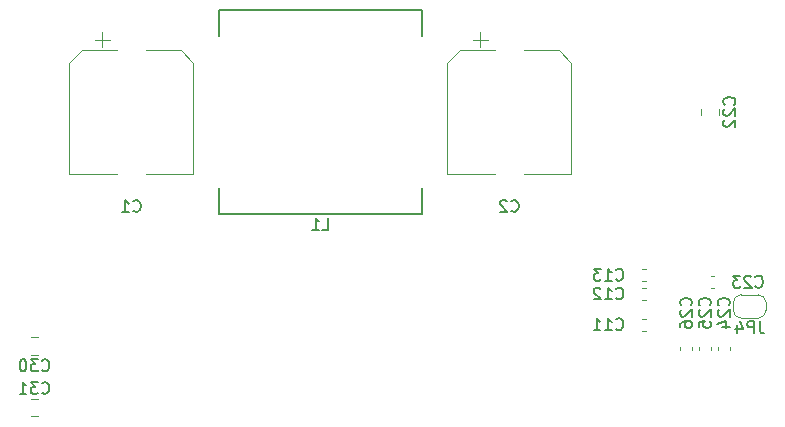
<source format=gbr>
%TF.GenerationSoftware,KiCad,Pcbnew,7.0.8*%
%TF.CreationDate,2024-04-26T14:47:41-04:00*%
%TF.ProjectId,PD Charger,50442043-6861-4726-9765-722e6b696361,rev?*%
%TF.SameCoordinates,Original*%
%TF.FileFunction,Legend,Bot*%
%TF.FilePolarity,Positive*%
%FSLAX46Y46*%
G04 Gerber Fmt 4.6, Leading zero omitted, Abs format (unit mm)*
G04 Created by KiCad (PCBNEW 7.0.8) date 2024-04-26 14:47:41*
%MOMM*%
%LPD*%
G01*
G04 APERTURE LIST*
%ADD10C,0.150000*%
%ADD11C,0.120000*%
G04 APERTURE END LIST*
D10*
X57166666Y-33359580D02*
X57214285Y-33407200D01*
X57214285Y-33407200D02*
X57357142Y-33454819D01*
X57357142Y-33454819D02*
X57452380Y-33454819D01*
X57452380Y-33454819D02*
X57595237Y-33407200D01*
X57595237Y-33407200D02*
X57690475Y-33311961D01*
X57690475Y-33311961D02*
X57738094Y-33216723D01*
X57738094Y-33216723D02*
X57785713Y-33026247D01*
X57785713Y-33026247D02*
X57785713Y-32883390D01*
X57785713Y-32883390D02*
X57738094Y-32692914D01*
X57738094Y-32692914D02*
X57690475Y-32597676D01*
X57690475Y-32597676D02*
X57595237Y-32502438D01*
X57595237Y-32502438D02*
X57452380Y-32454819D01*
X57452380Y-32454819D02*
X57357142Y-32454819D01*
X57357142Y-32454819D02*
X57214285Y-32502438D01*
X57214285Y-32502438D02*
X57166666Y-32550057D01*
X56785713Y-32550057D02*
X56738094Y-32502438D01*
X56738094Y-32502438D02*
X56642856Y-32454819D01*
X56642856Y-32454819D02*
X56404761Y-32454819D01*
X56404761Y-32454819D02*
X56309523Y-32502438D01*
X56309523Y-32502438D02*
X56261904Y-32550057D01*
X56261904Y-32550057D02*
X56214285Y-32645295D01*
X56214285Y-32645295D02*
X56214285Y-32740533D01*
X56214285Y-32740533D02*
X56261904Y-32883390D01*
X56261904Y-32883390D02*
X56833332Y-33454819D01*
X56833332Y-33454819D02*
X56214285Y-33454819D01*
X25166666Y-33359580D02*
X25214285Y-33407200D01*
X25214285Y-33407200D02*
X25357142Y-33454819D01*
X25357142Y-33454819D02*
X25452380Y-33454819D01*
X25452380Y-33454819D02*
X25595237Y-33407200D01*
X25595237Y-33407200D02*
X25690475Y-33311961D01*
X25690475Y-33311961D02*
X25738094Y-33216723D01*
X25738094Y-33216723D02*
X25785713Y-33026247D01*
X25785713Y-33026247D02*
X25785713Y-32883390D01*
X25785713Y-32883390D02*
X25738094Y-32692914D01*
X25738094Y-32692914D02*
X25690475Y-32597676D01*
X25690475Y-32597676D02*
X25595237Y-32502438D01*
X25595237Y-32502438D02*
X25452380Y-32454819D01*
X25452380Y-32454819D02*
X25357142Y-32454819D01*
X25357142Y-32454819D02*
X25214285Y-32502438D01*
X25214285Y-32502438D02*
X25166666Y-32550057D01*
X24214285Y-33454819D02*
X24785713Y-33454819D01*
X24499999Y-33454819D02*
X24499999Y-32454819D01*
X24499999Y-32454819D02*
X24595237Y-32597676D01*
X24595237Y-32597676D02*
X24690475Y-32692914D01*
X24690475Y-32692914D02*
X24785713Y-32740533D01*
X76039580Y-24357142D02*
X76087200Y-24309523D01*
X76087200Y-24309523D02*
X76134819Y-24166666D01*
X76134819Y-24166666D02*
X76134819Y-24071428D01*
X76134819Y-24071428D02*
X76087200Y-23928571D01*
X76087200Y-23928571D02*
X75991961Y-23833333D01*
X75991961Y-23833333D02*
X75896723Y-23785714D01*
X75896723Y-23785714D02*
X75706247Y-23738095D01*
X75706247Y-23738095D02*
X75563390Y-23738095D01*
X75563390Y-23738095D02*
X75372914Y-23785714D01*
X75372914Y-23785714D02*
X75277676Y-23833333D01*
X75277676Y-23833333D02*
X75182438Y-23928571D01*
X75182438Y-23928571D02*
X75134819Y-24071428D01*
X75134819Y-24071428D02*
X75134819Y-24166666D01*
X75134819Y-24166666D02*
X75182438Y-24309523D01*
X75182438Y-24309523D02*
X75230057Y-24357142D01*
X75230057Y-24738095D02*
X75182438Y-24785714D01*
X75182438Y-24785714D02*
X75134819Y-24880952D01*
X75134819Y-24880952D02*
X75134819Y-25119047D01*
X75134819Y-25119047D02*
X75182438Y-25214285D01*
X75182438Y-25214285D02*
X75230057Y-25261904D01*
X75230057Y-25261904D02*
X75325295Y-25309523D01*
X75325295Y-25309523D02*
X75420533Y-25309523D01*
X75420533Y-25309523D02*
X75563390Y-25261904D01*
X75563390Y-25261904D02*
X76134819Y-24690476D01*
X76134819Y-24690476D02*
X76134819Y-25309523D01*
X75230057Y-25690476D02*
X75182438Y-25738095D01*
X75182438Y-25738095D02*
X75134819Y-25833333D01*
X75134819Y-25833333D02*
X75134819Y-26071428D01*
X75134819Y-26071428D02*
X75182438Y-26166666D01*
X75182438Y-26166666D02*
X75230057Y-26214285D01*
X75230057Y-26214285D02*
X75325295Y-26261904D01*
X75325295Y-26261904D02*
X75420533Y-26261904D01*
X75420533Y-26261904D02*
X75563390Y-26214285D01*
X75563390Y-26214285D02*
X76134819Y-25642857D01*
X76134819Y-25642857D02*
X76134819Y-26261904D01*
X72359580Y-41357142D02*
X72407200Y-41309523D01*
X72407200Y-41309523D02*
X72454819Y-41166666D01*
X72454819Y-41166666D02*
X72454819Y-41071428D01*
X72454819Y-41071428D02*
X72407200Y-40928571D01*
X72407200Y-40928571D02*
X72311961Y-40833333D01*
X72311961Y-40833333D02*
X72216723Y-40785714D01*
X72216723Y-40785714D02*
X72026247Y-40738095D01*
X72026247Y-40738095D02*
X71883390Y-40738095D01*
X71883390Y-40738095D02*
X71692914Y-40785714D01*
X71692914Y-40785714D02*
X71597676Y-40833333D01*
X71597676Y-40833333D02*
X71502438Y-40928571D01*
X71502438Y-40928571D02*
X71454819Y-41071428D01*
X71454819Y-41071428D02*
X71454819Y-41166666D01*
X71454819Y-41166666D02*
X71502438Y-41309523D01*
X71502438Y-41309523D02*
X71550057Y-41357142D01*
X71550057Y-41738095D02*
X71502438Y-41785714D01*
X71502438Y-41785714D02*
X71454819Y-41880952D01*
X71454819Y-41880952D02*
X71454819Y-42119047D01*
X71454819Y-42119047D02*
X71502438Y-42214285D01*
X71502438Y-42214285D02*
X71550057Y-42261904D01*
X71550057Y-42261904D02*
X71645295Y-42309523D01*
X71645295Y-42309523D02*
X71740533Y-42309523D01*
X71740533Y-42309523D02*
X71883390Y-42261904D01*
X71883390Y-42261904D02*
X72454819Y-41690476D01*
X72454819Y-41690476D02*
X72454819Y-42309523D01*
X71454819Y-43166666D02*
X71454819Y-42976190D01*
X71454819Y-42976190D02*
X71502438Y-42880952D01*
X71502438Y-42880952D02*
X71550057Y-42833333D01*
X71550057Y-42833333D02*
X71692914Y-42738095D01*
X71692914Y-42738095D02*
X71883390Y-42690476D01*
X71883390Y-42690476D02*
X72264342Y-42690476D01*
X72264342Y-42690476D02*
X72359580Y-42738095D01*
X72359580Y-42738095D02*
X72407200Y-42785714D01*
X72407200Y-42785714D02*
X72454819Y-42880952D01*
X72454819Y-42880952D02*
X72454819Y-43071428D01*
X72454819Y-43071428D02*
X72407200Y-43166666D01*
X72407200Y-43166666D02*
X72359580Y-43214285D01*
X72359580Y-43214285D02*
X72264342Y-43261904D01*
X72264342Y-43261904D02*
X72026247Y-43261904D01*
X72026247Y-43261904D02*
X71931009Y-43214285D01*
X71931009Y-43214285D02*
X71883390Y-43166666D01*
X71883390Y-43166666D02*
X71835771Y-43071428D01*
X71835771Y-43071428D02*
X71835771Y-42880952D01*
X71835771Y-42880952D02*
X71883390Y-42785714D01*
X71883390Y-42785714D02*
X71931009Y-42738095D01*
X71931009Y-42738095D02*
X72026247Y-42690476D01*
X78183333Y-42704819D02*
X78183333Y-43419104D01*
X78183333Y-43419104D02*
X78230952Y-43561961D01*
X78230952Y-43561961D02*
X78326190Y-43657200D01*
X78326190Y-43657200D02*
X78469047Y-43704819D01*
X78469047Y-43704819D02*
X78564285Y-43704819D01*
X77707142Y-43704819D02*
X77707142Y-42704819D01*
X77707142Y-42704819D02*
X77326190Y-42704819D01*
X77326190Y-42704819D02*
X77230952Y-42752438D01*
X77230952Y-42752438D02*
X77183333Y-42800057D01*
X77183333Y-42800057D02*
X77135714Y-42895295D01*
X77135714Y-42895295D02*
X77135714Y-43038152D01*
X77135714Y-43038152D02*
X77183333Y-43133390D01*
X77183333Y-43133390D02*
X77230952Y-43181009D01*
X77230952Y-43181009D02*
X77326190Y-43228628D01*
X77326190Y-43228628D02*
X77707142Y-43228628D01*
X76278571Y-43038152D02*
X76278571Y-43704819D01*
X76516666Y-42657200D02*
X76754761Y-43371485D01*
X76754761Y-43371485D02*
X76135714Y-43371485D01*
X66042857Y-40759580D02*
X66090476Y-40807200D01*
X66090476Y-40807200D02*
X66233333Y-40854819D01*
X66233333Y-40854819D02*
X66328571Y-40854819D01*
X66328571Y-40854819D02*
X66471428Y-40807200D01*
X66471428Y-40807200D02*
X66566666Y-40711961D01*
X66566666Y-40711961D02*
X66614285Y-40616723D01*
X66614285Y-40616723D02*
X66661904Y-40426247D01*
X66661904Y-40426247D02*
X66661904Y-40283390D01*
X66661904Y-40283390D02*
X66614285Y-40092914D01*
X66614285Y-40092914D02*
X66566666Y-39997676D01*
X66566666Y-39997676D02*
X66471428Y-39902438D01*
X66471428Y-39902438D02*
X66328571Y-39854819D01*
X66328571Y-39854819D02*
X66233333Y-39854819D01*
X66233333Y-39854819D02*
X66090476Y-39902438D01*
X66090476Y-39902438D02*
X66042857Y-39950057D01*
X65090476Y-40854819D02*
X65661904Y-40854819D01*
X65376190Y-40854819D02*
X65376190Y-39854819D01*
X65376190Y-39854819D02*
X65471428Y-39997676D01*
X65471428Y-39997676D02*
X65566666Y-40092914D01*
X65566666Y-40092914D02*
X65661904Y-40140533D01*
X64709523Y-39950057D02*
X64661904Y-39902438D01*
X64661904Y-39902438D02*
X64566666Y-39854819D01*
X64566666Y-39854819D02*
X64328571Y-39854819D01*
X64328571Y-39854819D02*
X64233333Y-39902438D01*
X64233333Y-39902438D02*
X64185714Y-39950057D01*
X64185714Y-39950057D02*
X64138095Y-40045295D01*
X64138095Y-40045295D02*
X64138095Y-40140533D01*
X64138095Y-40140533D02*
X64185714Y-40283390D01*
X64185714Y-40283390D02*
X64757142Y-40854819D01*
X64757142Y-40854819D02*
X64138095Y-40854819D01*
X66042857Y-39159580D02*
X66090476Y-39207200D01*
X66090476Y-39207200D02*
X66233333Y-39254819D01*
X66233333Y-39254819D02*
X66328571Y-39254819D01*
X66328571Y-39254819D02*
X66471428Y-39207200D01*
X66471428Y-39207200D02*
X66566666Y-39111961D01*
X66566666Y-39111961D02*
X66614285Y-39016723D01*
X66614285Y-39016723D02*
X66661904Y-38826247D01*
X66661904Y-38826247D02*
X66661904Y-38683390D01*
X66661904Y-38683390D02*
X66614285Y-38492914D01*
X66614285Y-38492914D02*
X66566666Y-38397676D01*
X66566666Y-38397676D02*
X66471428Y-38302438D01*
X66471428Y-38302438D02*
X66328571Y-38254819D01*
X66328571Y-38254819D02*
X66233333Y-38254819D01*
X66233333Y-38254819D02*
X66090476Y-38302438D01*
X66090476Y-38302438D02*
X66042857Y-38350057D01*
X65090476Y-39254819D02*
X65661904Y-39254819D01*
X65376190Y-39254819D02*
X65376190Y-38254819D01*
X65376190Y-38254819D02*
X65471428Y-38397676D01*
X65471428Y-38397676D02*
X65566666Y-38492914D01*
X65566666Y-38492914D02*
X65661904Y-38540533D01*
X64757142Y-38254819D02*
X64138095Y-38254819D01*
X64138095Y-38254819D02*
X64471428Y-38635771D01*
X64471428Y-38635771D02*
X64328571Y-38635771D01*
X64328571Y-38635771D02*
X64233333Y-38683390D01*
X64233333Y-38683390D02*
X64185714Y-38731009D01*
X64185714Y-38731009D02*
X64138095Y-38826247D01*
X64138095Y-38826247D02*
X64138095Y-39064342D01*
X64138095Y-39064342D02*
X64185714Y-39159580D01*
X64185714Y-39159580D02*
X64233333Y-39207200D01*
X64233333Y-39207200D02*
X64328571Y-39254819D01*
X64328571Y-39254819D02*
X64614285Y-39254819D01*
X64614285Y-39254819D02*
X64709523Y-39207200D01*
X64709523Y-39207200D02*
X64757142Y-39159580D01*
X66042857Y-43359580D02*
X66090476Y-43407200D01*
X66090476Y-43407200D02*
X66233333Y-43454819D01*
X66233333Y-43454819D02*
X66328571Y-43454819D01*
X66328571Y-43454819D02*
X66471428Y-43407200D01*
X66471428Y-43407200D02*
X66566666Y-43311961D01*
X66566666Y-43311961D02*
X66614285Y-43216723D01*
X66614285Y-43216723D02*
X66661904Y-43026247D01*
X66661904Y-43026247D02*
X66661904Y-42883390D01*
X66661904Y-42883390D02*
X66614285Y-42692914D01*
X66614285Y-42692914D02*
X66566666Y-42597676D01*
X66566666Y-42597676D02*
X66471428Y-42502438D01*
X66471428Y-42502438D02*
X66328571Y-42454819D01*
X66328571Y-42454819D02*
X66233333Y-42454819D01*
X66233333Y-42454819D02*
X66090476Y-42502438D01*
X66090476Y-42502438D02*
X66042857Y-42550057D01*
X65090476Y-43454819D02*
X65661904Y-43454819D01*
X65376190Y-43454819D02*
X65376190Y-42454819D01*
X65376190Y-42454819D02*
X65471428Y-42597676D01*
X65471428Y-42597676D02*
X65566666Y-42692914D01*
X65566666Y-42692914D02*
X65661904Y-42740533D01*
X64138095Y-43454819D02*
X64709523Y-43454819D01*
X64423809Y-43454819D02*
X64423809Y-42454819D01*
X64423809Y-42454819D02*
X64519047Y-42597676D01*
X64519047Y-42597676D02*
X64614285Y-42692914D01*
X64614285Y-42692914D02*
X64709523Y-42740533D01*
X73959580Y-41357142D02*
X74007200Y-41309523D01*
X74007200Y-41309523D02*
X74054819Y-41166666D01*
X74054819Y-41166666D02*
X74054819Y-41071428D01*
X74054819Y-41071428D02*
X74007200Y-40928571D01*
X74007200Y-40928571D02*
X73911961Y-40833333D01*
X73911961Y-40833333D02*
X73816723Y-40785714D01*
X73816723Y-40785714D02*
X73626247Y-40738095D01*
X73626247Y-40738095D02*
X73483390Y-40738095D01*
X73483390Y-40738095D02*
X73292914Y-40785714D01*
X73292914Y-40785714D02*
X73197676Y-40833333D01*
X73197676Y-40833333D02*
X73102438Y-40928571D01*
X73102438Y-40928571D02*
X73054819Y-41071428D01*
X73054819Y-41071428D02*
X73054819Y-41166666D01*
X73054819Y-41166666D02*
X73102438Y-41309523D01*
X73102438Y-41309523D02*
X73150057Y-41357142D01*
X73150057Y-41738095D02*
X73102438Y-41785714D01*
X73102438Y-41785714D02*
X73054819Y-41880952D01*
X73054819Y-41880952D02*
X73054819Y-42119047D01*
X73054819Y-42119047D02*
X73102438Y-42214285D01*
X73102438Y-42214285D02*
X73150057Y-42261904D01*
X73150057Y-42261904D02*
X73245295Y-42309523D01*
X73245295Y-42309523D02*
X73340533Y-42309523D01*
X73340533Y-42309523D02*
X73483390Y-42261904D01*
X73483390Y-42261904D02*
X74054819Y-41690476D01*
X74054819Y-41690476D02*
X74054819Y-42309523D01*
X73054819Y-43214285D02*
X73054819Y-42738095D01*
X73054819Y-42738095D02*
X73531009Y-42690476D01*
X73531009Y-42690476D02*
X73483390Y-42738095D01*
X73483390Y-42738095D02*
X73435771Y-42833333D01*
X73435771Y-42833333D02*
X73435771Y-43071428D01*
X73435771Y-43071428D02*
X73483390Y-43166666D01*
X73483390Y-43166666D02*
X73531009Y-43214285D01*
X73531009Y-43214285D02*
X73626247Y-43261904D01*
X73626247Y-43261904D02*
X73864342Y-43261904D01*
X73864342Y-43261904D02*
X73959580Y-43214285D01*
X73959580Y-43214285D02*
X74007200Y-43166666D01*
X74007200Y-43166666D02*
X74054819Y-43071428D01*
X74054819Y-43071428D02*
X74054819Y-42833333D01*
X74054819Y-42833333D02*
X74007200Y-42738095D01*
X74007200Y-42738095D02*
X73959580Y-42690476D01*
X17442857Y-46839580D02*
X17490476Y-46887200D01*
X17490476Y-46887200D02*
X17633333Y-46934819D01*
X17633333Y-46934819D02*
X17728571Y-46934819D01*
X17728571Y-46934819D02*
X17871428Y-46887200D01*
X17871428Y-46887200D02*
X17966666Y-46791961D01*
X17966666Y-46791961D02*
X18014285Y-46696723D01*
X18014285Y-46696723D02*
X18061904Y-46506247D01*
X18061904Y-46506247D02*
X18061904Y-46363390D01*
X18061904Y-46363390D02*
X18014285Y-46172914D01*
X18014285Y-46172914D02*
X17966666Y-46077676D01*
X17966666Y-46077676D02*
X17871428Y-45982438D01*
X17871428Y-45982438D02*
X17728571Y-45934819D01*
X17728571Y-45934819D02*
X17633333Y-45934819D01*
X17633333Y-45934819D02*
X17490476Y-45982438D01*
X17490476Y-45982438D02*
X17442857Y-46030057D01*
X17109523Y-45934819D02*
X16490476Y-45934819D01*
X16490476Y-45934819D02*
X16823809Y-46315771D01*
X16823809Y-46315771D02*
X16680952Y-46315771D01*
X16680952Y-46315771D02*
X16585714Y-46363390D01*
X16585714Y-46363390D02*
X16538095Y-46411009D01*
X16538095Y-46411009D02*
X16490476Y-46506247D01*
X16490476Y-46506247D02*
X16490476Y-46744342D01*
X16490476Y-46744342D02*
X16538095Y-46839580D01*
X16538095Y-46839580D02*
X16585714Y-46887200D01*
X16585714Y-46887200D02*
X16680952Y-46934819D01*
X16680952Y-46934819D02*
X16966666Y-46934819D01*
X16966666Y-46934819D02*
X17061904Y-46887200D01*
X17061904Y-46887200D02*
X17109523Y-46839580D01*
X15871428Y-45934819D02*
X15776190Y-45934819D01*
X15776190Y-45934819D02*
X15680952Y-45982438D01*
X15680952Y-45982438D02*
X15633333Y-46030057D01*
X15633333Y-46030057D02*
X15585714Y-46125295D01*
X15585714Y-46125295D02*
X15538095Y-46315771D01*
X15538095Y-46315771D02*
X15538095Y-46553866D01*
X15538095Y-46553866D02*
X15585714Y-46744342D01*
X15585714Y-46744342D02*
X15633333Y-46839580D01*
X15633333Y-46839580D02*
X15680952Y-46887200D01*
X15680952Y-46887200D02*
X15776190Y-46934819D01*
X15776190Y-46934819D02*
X15871428Y-46934819D01*
X15871428Y-46934819D02*
X15966666Y-46887200D01*
X15966666Y-46887200D02*
X16014285Y-46839580D01*
X16014285Y-46839580D02*
X16061904Y-46744342D01*
X16061904Y-46744342D02*
X16109523Y-46553866D01*
X16109523Y-46553866D02*
X16109523Y-46315771D01*
X16109523Y-46315771D02*
X16061904Y-46125295D01*
X16061904Y-46125295D02*
X16014285Y-46030057D01*
X16014285Y-46030057D02*
X15966666Y-45982438D01*
X15966666Y-45982438D02*
X15871428Y-45934819D01*
X41166666Y-34963819D02*
X41642856Y-34963819D01*
X41642856Y-34963819D02*
X41642856Y-33963819D01*
X40309523Y-34963819D02*
X40880951Y-34963819D01*
X40595237Y-34963819D02*
X40595237Y-33963819D01*
X40595237Y-33963819D02*
X40690475Y-34106676D01*
X40690475Y-34106676D02*
X40785713Y-34201914D01*
X40785713Y-34201914D02*
X40880951Y-34249533D01*
X75559580Y-41357142D02*
X75607200Y-41309523D01*
X75607200Y-41309523D02*
X75654819Y-41166666D01*
X75654819Y-41166666D02*
X75654819Y-41071428D01*
X75654819Y-41071428D02*
X75607200Y-40928571D01*
X75607200Y-40928571D02*
X75511961Y-40833333D01*
X75511961Y-40833333D02*
X75416723Y-40785714D01*
X75416723Y-40785714D02*
X75226247Y-40738095D01*
X75226247Y-40738095D02*
X75083390Y-40738095D01*
X75083390Y-40738095D02*
X74892914Y-40785714D01*
X74892914Y-40785714D02*
X74797676Y-40833333D01*
X74797676Y-40833333D02*
X74702438Y-40928571D01*
X74702438Y-40928571D02*
X74654819Y-41071428D01*
X74654819Y-41071428D02*
X74654819Y-41166666D01*
X74654819Y-41166666D02*
X74702438Y-41309523D01*
X74702438Y-41309523D02*
X74750057Y-41357142D01*
X74750057Y-41738095D02*
X74702438Y-41785714D01*
X74702438Y-41785714D02*
X74654819Y-41880952D01*
X74654819Y-41880952D02*
X74654819Y-42119047D01*
X74654819Y-42119047D02*
X74702438Y-42214285D01*
X74702438Y-42214285D02*
X74750057Y-42261904D01*
X74750057Y-42261904D02*
X74845295Y-42309523D01*
X74845295Y-42309523D02*
X74940533Y-42309523D01*
X74940533Y-42309523D02*
X75083390Y-42261904D01*
X75083390Y-42261904D02*
X75654819Y-41690476D01*
X75654819Y-41690476D02*
X75654819Y-42309523D01*
X74988152Y-43166666D02*
X75654819Y-43166666D01*
X74607200Y-42928571D02*
X75321485Y-42690476D01*
X75321485Y-42690476D02*
X75321485Y-43309523D01*
X17442857Y-48759580D02*
X17490476Y-48807200D01*
X17490476Y-48807200D02*
X17633333Y-48854819D01*
X17633333Y-48854819D02*
X17728571Y-48854819D01*
X17728571Y-48854819D02*
X17871428Y-48807200D01*
X17871428Y-48807200D02*
X17966666Y-48711961D01*
X17966666Y-48711961D02*
X18014285Y-48616723D01*
X18014285Y-48616723D02*
X18061904Y-48426247D01*
X18061904Y-48426247D02*
X18061904Y-48283390D01*
X18061904Y-48283390D02*
X18014285Y-48092914D01*
X18014285Y-48092914D02*
X17966666Y-47997676D01*
X17966666Y-47997676D02*
X17871428Y-47902438D01*
X17871428Y-47902438D02*
X17728571Y-47854819D01*
X17728571Y-47854819D02*
X17633333Y-47854819D01*
X17633333Y-47854819D02*
X17490476Y-47902438D01*
X17490476Y-47902438D02*
X17442857Y-47950057D01*
X17109523Y-47854819D02*
X16490476Y-47854819D01*
X16490476Y-47854819D02*
X16823809Y-48235771D01*
X16823809Y-48235771D02*
X16680952Y-48235771D01*
X16680952Y-48235771D02*
X16585714Y-48283390D01*
X16585714Y-48283390D02*
X16538095Y-48331009D01*
X16538095Y-48331009D02*
X16490476Y-48426247D01*
X16490476Y-48426247D02*
X16490476Y-48664342D01*
X16490476Y-48664342D02*
X16538095Y-48759580D01*
X16538095Y-48759580D02*
X16585714Y-48807200D01*
X16585714Y-48807200D02*
X16680952Y-48854819D01*
X16680952Y-48854819D02*
X16966666Y-48854819D01*
X16966666Y-48854819D02*
X17061904Y-48807200D01*
X17061904Y-48807200D02*
X17109523Y-48759580D01*
X15538095Y-48854819D02*
X16109523Y-48854819D01*
X15823809Y-48854819D02*
X15823809Y-47854819D01*
X15823809Y-47854819D02*
X15919047Y-47997676D01*
X15919047Y-47997676D02*
X16014285Y-48092914D01*
X16014285Y-48092914D02*
X16109523Y-48140533D01*
X77842857Y-39759580D02*
X77890476Y-39807200D01*
X77890476Y-39807200D02*
X78033333Y-39854819D01*
X78033333Y-39854819D02*
X78128571Y-39854819D01*
X78128571Y-39854819D02*
X78271428Y-39807200D01*
X78271428Y-39807200D02*
X78366666Y-39711961D01*
X78366666Y-39711961D02*
X78414285Y-39616723D01*
X78414285Y-39616723D02*
X78461904Y-39426247D01*
X78461904Y-39426247D02*
X78461904Y-39283390D01*
X78461904Y-39283390D02*
X78414285Y-39092914D01*
X78414285Y-39092914D02*
X78366666Y-38997676D01*
X78366666Y-38997676D02*
X78271428Y-38902438D01*
X78271428Y-38902438D02*
X78128571Y-38854819D01*
X78128571Y-38854819D02*
X78033333Y-38854819D01*
X78033333Y-38854819D02*
X77890476Y-38902438D01*
X77890476Y-38902438D02*
X77842857Y-38950057D01*
X77461904Y-38950057D02*
X77414285Y-38902438D01*
X77414285Y-38902438D02*
X77319047Y-38854819D01*
X77319047Y-38854819D02*
X77080952Y-38854819D01*
X77080952Y-38854819D02*
X76985714Y-38902438D01*
X76985714Y-38902438D02*
X76938095Y-38950057D01*
X76938095Y-38950057D02*
X76890476Y-39045295D01*
X76890476Y-39045295D02*
X76890476Y-39140533D01*
X76890476Y-39140533D02*
X76938095Y-39283390D01*
X76938095Y-39283390D02*
X77509523Y-39854819D01*
X77509523Y-39854819D02*
X76890476Y-39854819D01*
X76557142Y-38854819D02*
X75938095Y-38854819D01*
X75938095Y-38854819D02*
X76271428Y-39235771D01*
X76271428Y-39235771D02*
X76128571Y-39235771D01*
X76128571Y-39235771D02*
X76033333Y-39283390D01*
X76033333Y-39283390D02*
X75985714Y-39331009D01*
X75985714Y-39331009D02*
X75938095Y-39426247D01*
X75938095Y-39426247D02*
X75938095Y-39664342D01*
X75938095Y-39664342D02*
X75985714Y-39759580D01*
X75985714Y-39759580D02*
X76033333Y-39807200D01*
X76033333Y-39807200D02*
X76128571Y-39854819D01*
X76128571Y-39854819D02*
X76414285Y-39854819D01*
X76414285Y-39854819D02*
X76509523Y-39807200D01*
X76509523Y-39807200D02*
X76557142Y-39759580D01*
D11*
%TO.C,C2*%
X54540000Y-18250000D02*
X54540000Y-19500000D01*
X53915000Y-18875000D02*
X55165000Y-18875000D01*
X61195563Y-19740000D02*
X58210000Y-19740000D01*
X61195563Y-19740000D02*
X62260000Y-20804437D01*
X52804437Y-19740000D02*
X55790000Y-19740000D01*
X52804437Y-19740000D02*
X51740000Y-20804437D01*
X62260000Y-20804437D02*
X62260000Y-30260000D01*
X51740000Y-20804437D02*
X51740000Y-30260000D01*
X62260000Y-30260000D02*
X58210000Y-30260000D01*
X51740000Y-30260000D02*
X55790000Y-30260000D01*
%TO.C,C1*%
X22540000Y-18250000D02*
X22540000Y-19500000D01*
X21915000Y-18875000D02*
X23165000Y-18875000D01*
X29195563Y-19740000D02*
X26210000Y-19740000D01*
X29195563Y-19740000D02*
X30260000Y-20804437D01*
X20804437Y-19740000D02*
X23790000Y-19740000D01*
X20804437Y-19740000D02*
X19740000Y-20804437D01*
X30260000Y-20804437D02*
X30260000Y-30260000D01*
X19740000Y-20804437D02*
X19740000Y-30260000D01*
X30260000Y-30260000D02*
X26210000Y-30260000D01*
X19740000Y-30260000D02*
X23790000Y-30260000D01*
%TO.C,C22*%
X73265000Y-25261252D02*
X73265000Y-24738748D01*
X74735000Y-25261252D02*
X74735000Y-24738748D01*
%TO.C,C26*%
X71490000Y-45140580D02*
X71490000Y-44859420D01*
X72510000Y-45140580D02*
X72510000Y-44859420D01*
%TO.C,JP4*%
X75950000Y-41150000D02*
X75950000Y-41750000D01*
X76650000Y-42450000D02*
X78050000Y-42450000D01*
X78050000Y-40450000D02*
X76650000Y-40450000D01*
X78750000Y-41750000D02*
X78750000Y-41150000D01*
X76650000Y-40450000D02*
G75*
G03*
X75950000Y-41150000I-1J-699999D01*
G01*
X75950000Y-41750000D02*
G75*
G03*
X76650000Y-42450000I699999J-1D01*
G01*
X78750000Y-41150000D02*
G75*
G03*
X78050000Y-40450000I-700000J0D01*
G01*
X78050000Y-42450000D02*
G75*
G03*
X78750000Y-41750000I0J700000D01*
G01*
%TO.C,C12*%
X68259420Y-39890000D02*
X68540580Y-39890000D01*
X68259420Y-40910000D02*
X68540580Y-40910000D01*
%TO.C,C13*%
X68259420Y-38290000D02*
X68540580Y-38290000D01*
X68259420Y-39310000D02*
X68540580Y-39310000D01*
%TO.C,C11*%
X68259420Y-42490000D02*
X68540580Y-42490000D01*
X68259420Y-43510000D02*
X68540580Y-43510000D01*
%TO.C,C25*%
X73090000Y-45140580D02*
X73090000Y-44859420D01*
X74110000Y-45140580D02*
X74110000Y-44859420D01*
%TO.C,C30*%
X16538748Y-44065000D02*
X17061252Y-44065000D01*
X16538748Y-45535000D02*
X17061252Y-45535000D01*
D10*
%TO.C,L1*%
X32391000Y-16391000D02*
X49609000Y-16391000D01*
X32391000Y-18540000D02*
X32391000Y-16391000D01*
X32391000Y-31460000D02*
X32391000Y-33609000D01*
X32391000Y-33609000D02*
X49609000Y-33609000D01*
X49609000Y-16391000D02*
X49609000Y-18540000D01*
X49609000Y-33609000D02*
X49609000Y-31460000D01*
D11*
%TO.C,C24*%
X74690000Y-45140580D02*
X74690000Y-44859420D01*
X75710000Y-45140580D02*
X75710000Y-44859420D01*
%TO.C,C31*%
X16538748Y-49265000D02*
X17061252Y-49265000D01*
X16538748Y-50735000D02*
X17061252Y-50735000D01*
%TO.C,C23*%
X74340580Y-39910000D02*
X74059420Y-39910000D01*
X74340580Y-38890000D02*
X74059420Y-38890000D01*
%TD*%
M02*

</source>
